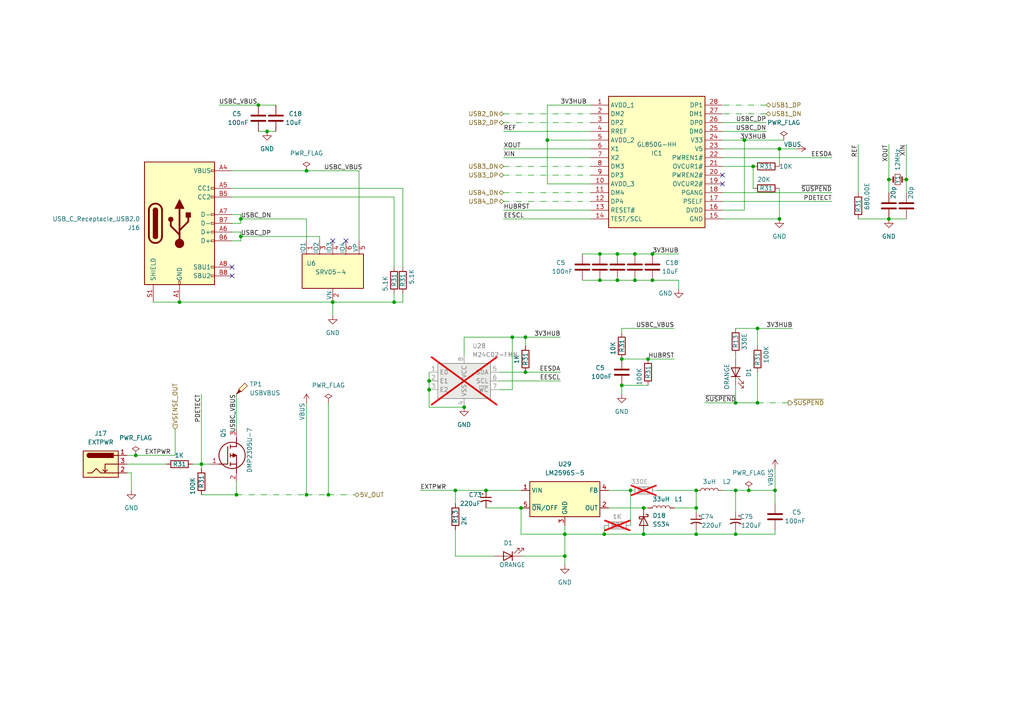
<source format=kicad_sch>
(kicad_sch (version 20230121) (generator eeschema)
  (paper "A4")
  (title_block (title "UniDebug - Unified Embedded Debug & Proto") (date "2023-12-25") (rev "R0V1") (company "Shreyas K (https://github.com/shreyask21)") (comment 1 "https://github.com/shreyask21/UniDebug") (comment 2 "Licence: CC BY-NC-SA 4.0"))
  (lib_symbols
    (symbol "Connector:Barrel_Jack_Switch" (pin_names hide)
      (property "Reference" "J" (at 0 5.334 0))
      (property "Value" "Barrel_Jack_Switch" (at 0 -5.08 0))
      (symbol "Barrel_Jack_Switch_0_1"
        (rectangle (start -5.08 3.81) (end 5.08 -3.81) (stroke (width 0.254)) (fill (type background)))
        (arc (start -3.302 3.175) (mid -3.9343 2.54) (end -3.302 1.905) (stroke (width 0.254)))
        (arc (start -3.302 3.175) (mid -3.9343 2.54) (end -3.302 1.905) (stroke (width 0.254)) (fill (type outline)))
        (polyline (pts (xy 1.27 -2.286) (xy 1.905 -1.651)) (stroke (width 0.254)))
        (polyline (pts (xy 5.08 2.54) (xy 3.81 2.54)) (stroke (width 0.254)))
        (polyline (pts (xy 5.08 0) (xy 1.27 0) (xy 1.27 -2.286) (xy 0.635 -1.651)) (stroke (width 0.254)))
        (polyline (pts (xy -3.81 -2.54) (xy -2.54 -2.54) (xy -1.27 -1.27) (xy 0 -2.54) (xy 2.54 -2.54) (xy 5.08 -2.54)) (stroke (width 0.254)))
        (rectangle (start 3.683 3.175) (end -3.302 1.905) (stroke (width 0.254)) (fill (type outline)))
      )
      (symbol "Barrel_Jack_Switch_1_1"
        (pin passive line (at 7.62 2.54 180) (length 2.54) (name "~") (number "1"))
        (pin passive line (at 7.62 -2.54 180) (length 2.54) (name "~") (number "2"))
        (pin passive line (at 7.62 0 180) (length 2.54) (name "~") (number "3"))
      )
    )
    (symbol "Connector:TestPoint_Probe" (pin_numbers hide) (pin_names (offset 0.762) hide)
      (property "Reference" "TP" (at 1.651 5.842 0))
      (property "Value" "TestPoint_Probe" (at 1.651 4.064 0))
      (symbol "TestPoint_Probe_0_1"
        (polyline (pts (xy 1.27 0.762) (xy 0 0) (xy 0.762 1.27) (xy 1.27 0.762)) (fill (type outline)))
        (polyline (pts (xy 1.397 0.635) (xy 0.635 1.397) (xy 2.413 3.175) (xy 3.175 2.413) (xy 1.397 0.635)) (fill (type background)))
      )
      (symbol "TestPoint_Probe_1_1"
        (pin passive line (at 0 0 90) (length 0) (name "1") (number "1"))
      )
    )
    (symbol "Connector:USB_C_Receptacle_USB2.0" (pin_names (offset 1.016))
      (property "Reference" "J" (at -10.16 19.05 0))
      (property "Value" "USB_C_Receptacle_USB2.0" (at 19.05 19.05 0))
      (symbol "USB_C_Receptacle_USB2.0_0_0"
        (rectangle (start -0.254 -17.78) (end 0.254 -16.764))
        (rectangle (start 10.16 -14.986) (end 9.144 -15.494))
        (rectangle (start 10.16 -12.446) (end 9.144 -12.954))
        (rectangle (start 10.16 -4.826) (end 9.144 -5.334))
        (rectangle (start 10.16 -2.286) (end 9.144 -2.794))
        (rectangle (start 10.16 0.254) (end 9.144 -0.254))
        (rectangle (start 10.16 2.794) (end 9.144 2.286))
        (rectangle (start 10.16 7.874) (end 9.144 7.366))
        (rectangle (start 10.16 10.414) (end 9.144 9.906))
        (rectangle (start 10.16 15.494) (end 9.144 14.986))
      )
      (symbol "USB_C_Receptacle_USB2.0_0_1"
        (rectangle (start -10.16 17.78) (end 10.16 -17.78) (stroke (width 0.254)) (fill (type background)))
        (arc (start -8.89 -3.81) (mid -6.985 -5.7067) (end -5.08 -3.81) (stroke (width 0.508)))
        (arc (start -7.62 -3.81) (mid -6.985 -4.4423) (end -6.35 -3.81) (stroke (width 0.254)))
        (arc (start -7.62 -3.81) (mid -6.985 -4.4423) (end -6.35 -3.81) (stroke (width 0.254)) (fill (type outline)))
        (rectangle (start -7.62 -3.81) (end -6.35 3.81) (stroke (width 0.254)) (fill (type outline)))
        (arc (start -6.35 3.81) (mid -6.985 4.4423) (end -7.62 3.81) (stroke (width 0.254)))
        (arc (start -6.35 3.81) (mid -6.985 4.4423) (end -7.62 3.81) (stroke (width 0.254)) (fill (type outline)))
        (arc (start -5.08 3.81) (mid -6.985 5.7067) (end -8.89 3.81) (stroke (width 0.508)))
        (circle (center -2.54 1.143) (radius 0.635) (stroke (width 0.254)) (fill (type outline)))
        (circle (center 0 -5.842) (radius 1.27) (fill (type outline)))
        (polyline (pts (xy -8.89 -3.81) (xy -8.89 3.81)) (stroke (width 0.508)))
        (polyline (pts (xy -5.08 3.81) (xy -5.08 -3.81)) (stroke (width 0.508)))
        (polyline (pts (xy 0 -5.842) (xy 0 4.318)) (stroke (width 0.508)))
        (polyline (pts (xy 0 -3.302) (xy -2.54 -0.762) (xy -2.54 0.508)) (stroke (width 0.508)))
        (polyline (pts (xy 0 -2.032) (xy 2.54 0.508) (xy 2.54 1.778)) (stroke (width 0.508)))
        (polyline (pts (xy -1.27 4.318) (xy 0 6.858) (xy 1.27 4.318) (xy -1.27 4.318)) (stroke (width 0.254)) (fill (type outline)))
        (rectangle (start 1.905 1.778) (end 3.175 3.048) (stroke (width 0.254)) (fill (type outline)))
      )
      (symbol "USB_C_Receptacle_USB2.0_1_1"
        (pin passive line (at 0 -22.86 90) (length 5.08) (name "GND") (number "A1"))
        (pin passive line (at 0 -22.86 90) (length 5.08) hide (name "GND") (number "A12"))
        (pin passive line (at 15.24 15.24 180) (length 5.08) (name "VBUS") (number "A4"))
        (pin bidirectional line (at 15.24 10.16 180) (length 5.08) (name "CC1") (number "A5"))
        (pin bidirectional line (at 15.24 -2.54 180) (length 5.08) (name "D+") (number "A6"))
        (pin bidirectional line (at 15.24 2.54 180) (length 5.08) (name "D-") (number "A7"))
        (pin bidirectional line (at 15.24 -12.7 180) (length 5.08) (name "SBU1") (number "A8"))
        (pin passive line (at 15.24 15.24 180) (length 5.08) hide (name "VBUS") (number "A9"))
        (pin passive line (at 0 -22.86 90) (length 5.08) hide (name "GND") (number "B1"))
        (pin passive line (at 0 -22.86 90) (length 5.08) hide (name "GND") (number "B12"))
        (pin passive line (at 15.24 15.24 180) (length 5.08) hide (name "VBUS") (number "B4"))
        (pin bidirectional line (at 15.24 7.62 180) (length 5.08) (name "CC2") (number "B5"))
        (pin bidirectional line (at 15.24 -5.08 180) (length 5.08) (name "D+") (number "B6"))
        (pin bidirectional line (at 15.24 0 180) (length 5.08) (name "D-") (number "B7"))
        (pin bidirectional line (at 15.24 -15.24 180) (length 5.08) (name "SBU2") (number "B8"))
        (pin passive line (at 15.24 15.24 180) (length 5.08) hide (name "VBUS") (number "B9"))
        (pin passive line (at -7.62 -22.86 90) (length 5.08) (name "SHIELD") (number "S1"))
      )
    )
    (symbol "DMP2305U-7:DMP2305U-7" (pin_names hide)
      (property "Reference" "Q" (at 11.43 3.81 0))
      (property "Value" "DMP2305U-7" (at 11.43 1.27 0))
      (symbol "DMP2305U-7_1_1"
        (polyline (pts (xy 2.54 0) (xy 5.08 0)) (stroke (width 0.254)))
        (polyline (pts (xy 5.08 5.08) (xy 5.08 0)) (stroke (width 0.254)))
        (polyline (pts (xy 5.842 -0.508) (xy 5.842 0.508)) (stroke (width 0.254)))
        (polyline (pts (xy 5.842 0) (xy 7.62 0)) (stroke (width 0.254)))
        (polyline (pts (xy 5.842 2.032) (xy 5.842 3.048)) (stroke (width 0.254)))
        (polyline (pts (xy 5.842 5.588) (xy 5.842 4.572)) (stroke (width 0.254)))
        (polyline (pts (xy 7.62 2.54) (xy 5.842 2.54)) (stroke (width 0.254)))
        (polyline (pts (xy 7.62 2.54) (xy 7.62 -2.54)) (stroke (width 0.254)))
        (polyline (pts (xy 7.62 5.08) (xy 5.842 5.08)) (stroke (width 0.254)))
        (polyline (pts (xy 7.62 5.08) (xy 7.62 7.62)) (stroke (width 0.254)))
        (polyline (pts (xy 7.62 2.54) (xy 6.604 3.048) (xy 6.604 2.032) (xy 7.62 2.54)) (stroke (width 0.254)) (fill (type outline)))
        (circle (center 6.35 2.54) (radius 3.81) (stroke (width 0.254)))
        (pin passive line (at 0 0 0) (length 2.54) (name "G") (number "1"))
        (pin passive line (at 7.62 -5.08 90) (length 2.54) (name "S") (number "2"))
        (pin passive line (at 7.62 10.16 270) (length 2.54) (name "D") (number "3"))
      )
    )
    (symbol "Device:C" (pin_numbers hide) (pin_names (offset 0.254))
      (property "Reference" "C" (at 0.635 2.54 0))
      (property "Value" "C" (at 0.635 -2.54 0))
      (symbol "C_0_1"
        (polyline (pts (xy -2.032 -0.762) (xy 2.032 -0.762)) (stroke (width 0.508)))
        (polyline (pts (xy -2.032 0.762) (xy 2.032 0.762)) (stroke (width 0.508)))
      )
      (symbol "C_1_1"
        (pin passive line (at 0 3.81 270) (length 2.794) (name "~") (number "1"))
        (pin passive line (at 0 -3.81 90) (length 2.794) (name "~") (number "2"))
      )
    )
    (symbol "Device:C_Polarized_Small_US" (pin_numbers hide) (pin_names (offset 0.254) hide)
      (property "Reference" "C" (at 0.254 1.778 0))
      (property "Value" "C_Polarized_Small_US" (at 0.254 -2.032 0))
      (symbol "C_Polarized_Small_US_0_1"
        (polyline (pts (xy -1.524 0.508) (xy 1.524 0.508)) (stroke (width 0.3048)))
        (polyline (pts (xy -1.27 1.524) (xy -0.762 1.524)))
        (polyline (pts (xy -1.016 1.27) (xy -1.016 1.778)))
        (arc (start 1.524 -0.762) (mid 0 -0.3734) (end -1.524 -0.762) (stroke (width 0.3048)))
      )
      (symbol "C_Polarized_Small_US_1_1"
        (pin passive line (at 0 2.54 270) (length 2.032) (name "~") (number "1"))
        (pin passive line (at 0 -2.54 90) (length 2.032) (name "~") (number "2"))
      )
    )
    (symbol "Device:Crystal_Small" (pin_numbers hide) (pin_names (offset 1.016) hide)
      (property "Reference" "Y" (at 0 2.54 0))
      (property "Value" "Crystal_Small" (at 0 -2.54 0))
      (symbol "Crystal_Small_0_1"
        (rectangle (start -0.762 -1.524) (end 0.762 1.524))
        (polyline (pts (xy -1.27 -0.762) (xy -1.27 0.762)) (stroke (width 0.381)))
        (polyline (pts (xy 1.27 -0.762) (xy 1.27 0.762)) (stroke (width 0.381)))
      )
      (symbol "Crystal_Small_1_1"
        (pin passive line (at -2.54 0 0) (length 1.27) (name "1") (number "1"))
        (pin passive line (at 2.54 0 180) (length 1.27) (name "2") (number "2"))
      )
    )
    (symbol "Device:D_Schottky" (pin_numbers hide) (pin_names (offset 1.016) hide)
      (property "Reference" "D" (at 0 2.54 0))
      (property "Value" "D_Schottky" (at 0 -2.54 0))
      (symbol "D_Schottky_0_1"
        (polyline (pts (xy 1.27 0) (xy -1.27 0)))
        (polyline (pts (xy 1.27 1.27) (xy 1.27 -1.27) (xy -1.27 0) (xy 1.27 1.27)) (stroke (width 0.254)))
        (polyline (pts (xy -1.905 0.635) (xy -1.905 1.27) (xy -1.27 1.27) (xy -1.27 -1.27) (xy -0.635 -1.27) (xy -0.635 -0.635)) (stroke (width 0.254)))
      )
      (symbol "D_Schottky_1_1"
        (pin passive line (at -3.81 0 0) (length 2.54) (name "K") (number "1"))
        (pin passive line (at 3.81 0 180) (length 2.54) (name "A") (number "2"))
      )
    )
    (symbol "Device:L" (pin_numbers hide) (pin_names (offset 1.016) hide)
      (property "Reference" "L" (at -1.27 0 90))
      (property "Value" "L" (at 1.905 0 90))
      (symbol "L_0_1"
        (arc (start 0 -2.54) (mid 0.6323 -1.905) (end 0 -1.27))
        (arc (start 0 -1.27) (mid 0.6323 -0.635) (end 0 0))
        (arc (start 0 0) (mid 0.6323 0.635) (end 0 1.27))
        (arc (start 0 1.27) (mid 0.6323 1.905) (end 0 2.54))
      )
      (symbol "L_1_1"
        (pin passive line (at 0 3.81 270) (length 1.27) (name "1") (number "1"))
        (pin passive line (at 0 -3.81 90) (length 1.27) (name "2") (number "2"))
      )
    )
    (symbol "Device:LED" (pin_numbers hide) (pin_names (offset 1.016) hide)
      (property "Reference" "D" (at 0 2.54 0))
      (property "Value" "LED" (at 0 -2.54 0))
      (symbol "LED_0_1"
        (polyline (pts (xy -1.27 -1.27) (xy -1.27 1.27)) (stroke (width 0.254)))
        (polyline (pts (xy -1.27 0) (xy 1.27 0)))
        (polyline (pts (xy 1.27 -1.27) (xy 1.27 1.27) (xy -1.27 0) (xy 1.27 -1.27)) (stroke (width 0.254)))
        (polyline (pts (xy -3.048 -0.762) (xy -4.572 -2.286) (xy -3.81 -2.286) (xy -4.572 -2.286) (xy -4.572 -1.524)))
        (polyline (pts (xy -1.778 -0.762) (xy -3.302 -2.286) (xy -2.54 -2.286) (xy -3.302 -2.286) (xy -3.302 -1.524)))
      )
      (symbol "LED_1_1"
        (pin passive line (at -3.81 0 0) (length 2.54) (name "K") (number "1"))
        (pin passive line (at 3.81 0 180) (length 2.54) (name "A") (number "2"))
      )
    )
    (symbol "Device:R" (pin_numbers hide) (pin_names (offset 0))
      (property "Reference" "R" (at 2.032 0 90))
      (property "Value" "R" (at 0 0 90))
      (symbol "R_0_1"
        (rectangle (start -1.016 -2.54) (end 1.016 2.54) (stroke (width 0.254)))
      )
      (symbol "R_1_1"
        (pin passive line (at 0 3.81 270) (length 1.27) (name "~") (number "1"))
        (pin passive line (at 0 -3.81 90) (length 1.27) (name "~") (number "2"))
      )
    )
    (symbol "Edited_FP:SRV05-4" (pin_names (offset 0))
      (property "Reference" "U7" (at -7.62 2.35 0))
      (property "Value" "SRV05-4" (at -5.08 -0.19 0))
      (symbol "SRV05-4_1_1"
        (rectangle (start -8.89 5.08) (end 8.89 -4.89) (stroke (width 0.254)) (fill (type background)))
        (pin passive line (at -7.62 8.89 270) (length 4) (name "IO1") (number "1"))
        (pin passive line (at 0 -8.89 90) (length 4) (name "VN") (number "2"))
        (pin passive line (at -3.81 8.89 270) (length 4) (name "IO2") (number "3"))
        (pin passive line (at 0 8.89 270) (length 4) (name "IO3") (number "4"))
        (pin passive line (at 7.62 8.89 270) (length 4) (name "VP") (number "5"))
        (pin passive line (at 3.81 8.89 270) (length 4) (name "IO4") (number "6"))
      )
    )
    (symbol "GL850G-HH:GL850G-HH"
      (property "Reference" "IC" (at 34.29 7.62 0))
      (property "Value" "GL850G-HH" (at 34.29 5.08 0))
      (symbol "GL850G-HH_1_1"
        (rectangle (start 5.08 2.54) (end 33.02 -35.56) (stroke (width 0.254)) (fill (type background)))
        (pin passive line (at 0 0 0) (length 5.08) (name "AVDD_1") (number "1"))
        (pin passive line (at 0 -22.86 0) (length 5.08) (name "AVDD_3") (number "10"))
        (pin passive line (at 0 -25.4 0) (length 5.08) (name "DM4") (number "11"))
        (pin passive line (at 0 -27.94 0) (length 5.08) (name "DP4") (number "12"))
        (pin passive line (at 0 -30.48 0) (length 5.08) (name "RESET#") (number "13"))
        (pin passive line (at 0 -33.02 0) (length 5.08) (name "TEST/SCL") (number "14"))
        (pin passive line (at 38.1 -33.02 180) (length 5.08) (name "GND") (number "15"))
        (pin passive line (at 38.1 -30.48 180) (length 5.08) (name "DVDD") (number "16"))
        (pin passive line (at 38.1 -27.94 180) (length 5.08) (name "PSELF") (number "17"))
        (pin passive line (at 38.1 -25.4 180) (length 5.08) (name "PGANG") (number "18"))
        (pin passive line (at 38.1 -22.86 180) (length 5.08) (name "OVCUR2#") (number "19"))
        (pin passive line (at 0 -2.54 0) (length 5.08) (name "DM2") (number "2"))
        (pin passive line (at 38.1 -20.32 180) (length 5.08) (name "PWREN2#") (number "20"))
        (pin passive line (at 38.1 -17.78 180) (length 5.08) (name "OVCUR1#") (number "21"))
        (pin passive line (at 38.1 -15.24 180) (length 5.08) (name "PWREN1#") (number "22"))
        (pin passive line (at 38.1 -12.7 180) (length 5.08) (name "V5") (number "23"))
        (pin passive line (at 38.1 -10.16 180) (length 5.08) (name "V33") (number "24"))
        (pin passive line (at 38.1 -7.62 180) (length 5.08) (name "DM0") (number "25"))
        (pin passive line (at 38.1 -5.08 180) (length 5.08) (name "DP0") (number "26"))
        (pin passive line (at 38.1 -2.54 180) (length 5.08) (name "DM1") (number "27"))
        (pin passive line (at 38.1 0 180) (length 5.08) (name "DP1") (number "28"))
        (pin passive line (at 0 -5.08 0) (length 5.08) (name "DP2") (number "3"))
        (pin passive line (at 0 -7.62 0) (length 5.08) (name "RREF") (number "4"))
        (pin passive line (at 0 -10.16 0) (length 5.08) (name "AVDD_2") (number "5"))
        (pin passive line (at 0 -12.7 0) (length 5.08) (name "X1") (number "6"))
        (pin passive line (at 0 -15.24 0) (length 5.08) (name "X2") (number "7"))
        (pin passive line (at 0 -17.78 0) (length 5.08) (name "DM3") (number "8"))
        (pin passive line (at 0 -20.32 0) (length 5.08) (name "DP3") (number "9"))
      )
    )
    (symbol "Memory_EEPROM:M24C02-FMN"
      (property "Reference" "U" (at -6.35 6.35 0))
      (property "Value" "M24C02-FMN" (at 7.62 6.35 0))
      (symbol "M24C02-FMN_0_1"
        (rectangle (start -7.62 5.08) (end 7.62 -5.08) (stroke (width 0.254)) (fill (type background)))
      )
      (symbol "M24C02-FMN_1_1"
        (pin input line (at -10.16 2.54 0) (length 2.54) (name "E0") (number "1"))
        (pin input line (at -10.16 0 0) (length 2.54) (name "E1") (number "2"))
        (pin input line (at -10.16 -2.54 0) (length 2.54) (name "E2") (number "3"))
        (pin power_in line (at 0 -7.62 90) (length 2.54) (name "VSS") (number "4"))
        (pin bidirectional line (at 10.16 2.54 180) (length 2.54) (name "SDA") (number "5"))
        (pin input line (at 10.16 0 180) (length 2.54) (name "SCL") (number "6"))
        (pin input line (at 10.16 -2.54 180) (length 2.54) (name "~{WC}") (number "7"))
        (pin power_in line (at 0 7.62 270) (length 2.54) (name "VCC") (number "8"))
      )
    )
    (symbol "Regulator_Switching:LM2596S-5"
      (property "Reference" "U" (at -10.16 6.35 0))
      (property "Value" "LM2596S-5" (at 0 6.35 0))
      (symbol "LM2596S-5_0_1"
        (rectangle (start -10.16 5.08) (end 10.16 -5.08) (stroke (width 0.254)) (fill (type background)))
      )
      (symbol "LM2596S-5_1_1"
        (pin power_in line (at -12.7 2.54 0) (length 2.54) (name "VIN") (number "1"))
        (pin output line (at 12.7 -2.54 180) (length 2.54) (name "OUT") (number "2"))
        (pin power_in line (at 0 -7.62 90) (length 2.54) (name "GND") (number "3"))
        (pin input line (at 12.7 2.54 180) (length 2.54) (name "FB") (number "4"))
        (pin input line (at -12.7 -2.54 0) (length 2.54) (name "~{ON}/OFF") (number "5"))
      )
    )
    (symbol "power:GND" (power) (pin_names (offset 0))
      (property "Value" "GND" (at 0 -3.81 0))
      (symbol "GND_0_1"
        (polyline (pts (xy 0 0) (xy 0 -1.27) (xy 1.27 -1.27) (xy 0 -2.54) (xy -1.27 -1.27) (xy 0 -1.27)))
      )
      (symbol "GND_1_1"
        (pin power_in line (at 0 0 270) (length 0) hide (name "GND") (number "1"))
      )
    )
    (symbol "power:PWR_FLAG" (power) (pin_numbers hide) (pin_names (offset 0) hide)
      (property "Value" "PWR_FLAG" (at 0 3.81 0))
      (symbol "PWR_FLAG_0_0"
        (pin power_out line (at 0 0 90) (length 0) (name "pwr") (number "1"))
      )
      (symbol "PWR_FLAG_0_1"
        (polyline (pts (xy 0 0) (xy 0 1.27) (xy -1.016 1.905) (xy 0 2.54) (xy 1.016 1.905) (xy 0 1.27)))
      )
    )
    (symbol "power:VBUS" (power) (pin_names (offset 0))
      (property "Value" "VBUS" (at 0 3.81 0))
      (symbol "VBUS_0_1"
        (polyline (pts (xy -0.762 1.27) (xy 0 2.54)))
        (polyline (pts (xy 0 0) (xy 0 2.54)))
        (polyline (pts (xy 0 2.54) (xy 0.762 1.27)))
      )
      (symbol "VBUS_1_1"
        (pin power_in line (at 0 0 90) (length 0) hide (name "VBUS") (number "1"))
      )
    )
  )
  (junction (at 182.88 142.24))
  (junction (at 186.69 154.94))
  (junction (at 152.4 97.79))
  (junction (at 163.83 154.94))
  (junction (at 201.93 147.32))
  (junction (at 163.83 161.29))
  (junction (at 175.26 154.94))
  (junction (at 180.34 111.76))
  (junction (at 226.06 63.5))
  (junction (at 215.9 40.64))
  (junction (at 213.36 154.94))
  (junction (at 77.47 38.1))
  (junction (at 262.89 52.07))
  (junction (at 58.42 134.62))
  (junction (at 148.59 97.79))
  (junction (at 132.08 142.24))
  (junction (at 201.93 154.94))
  (junction (at 189.23 81.28))
  (junction (at 88.9 49.53))
  (junction (at 217.17 142.24))
  (junction (at 69.85 63.5))
  (junction (at 152.4 107.95))
  (junction (at 189.23 73.66))
  (junction (at 180.34 104.14))
  (junction (at 173.99 73.66))
  (junction (at 219.71 95.25))
  (junction (at 134.62 118.11))
  (junction (at 226.06 43.18))
  (junction (at 257.81 52.07))
  (junction (at 186.69 147.32))
  (junction (at 179.07 81.28))
  (junction (at 69.85 68.58))
  (junction (at 219.71 116.84))
  (junction (at 158.75 40.64))
  (junction (at 114.3 87.63))
  (junction (at 88.9 143.51))
  (junction (at 184.15 81.28))
  (junction (at 140.97 142.24))
  (junction (at 95.25 143.51))
  (junction (at 124.46 113.03))
  (junction (at 52.07 87.63))
  (junction (at 184.15 73.66))
  (junction (at 179.07 73.66))
  (junction (at 68.58 143.51))
  (junction (at 124.46 110.49))
  (junction (at 187.96 104.14))
  (junction (at 201.93 142.24))
  (junction (at 213.36 142.24))
  (junction (at 257.81 63.5))
  (junction (at 151.13 147.32))
  (junction (at 218.44 48.26))
  (junction (at 224.79 142.24))
  (junction (at 39.37 132.08))
  (junction (at 96.52 87.63))
  (junction (at 213.36 116.84))
  (junction (at 74.93 30.48))
  (junction (at 173.99 81.28))
  (no_connect (at 209.55 50.8))
  (no_connect (at 67.31 77.47))
  (no_connect (at 100.33 69.85))
  (no_connect (at 67.31 80.01))
  (no_connect (at 209.55 53.34))
  (no_connect (at 96.52 69.85))
  (wire (pts (xy 74.93 38.1) (xy 77.47 38.1)))
  (wire (pts (xy 163.83 163.83) (xy 163.83 161.29)))
  (wire (pts (xy 222.25 30.48) (xy 209.55 30.48)) (stroke (width 0) (type dash_dot_dot)))
  (wire (pts (xy 213.36 142.24) (xy 213.36 148.59)))
  (wire (pts (xy 224.79 146.05) (xy 224.79 142.24)))
  (wire (pts (xy 224.79 153.67) (xy 224.79 154.94)))
  (wire (pts (xy 39.37 132.08) (xy 50.8 132.08)))
  (wire (pts (xy 209.55 63.5) (xy 226.06 63.5)))
  (wire (pts (xy 58.42 134.62) (xy 60.96 134.62)))
  (wire (pts (xy 44.45 87.63) (xy 52.07 87.63)))
  (wire (pts (xy 215.9 40.64) (xy 215.9 60.96)))
  (wire (pts (xy 144.78 107.95) (xy 152.4 107.95)))
  (wire (pts (xy 158.75 53.34) (xy 158.75 40.64)))
  (wire (pts (xy 173.99 81.28) (xy 179.07 81.28)))
  (wire (pts (xy 114.3 85.09) (xy 114.3 87.63)))
  (wire (pts (xy 224.79 135.89) (xy 224.79 142.24)))
  (wire (pts (xy 132.08 142.24) (xy 140.97 142.24)))
  (wire (pts (xy 163.83 152.4) (xy 163.83 154.94)))
  (wire (pts (xy 201.93 142.24) (xy 201.93 147.32)))
  (wire (pts (xy 55.88 134.62) (xy 58.42 134.62)))
  (wire (pts (xy 69.85 62.23) (xy 67.31 62.23)))
  (wire (pts (xy 67.31 54.61) (xy 116.84 54.61)))
  (wire (pts (xy 151.13 147.32) (xy 151.13 154.94)))
  (wire (pts (xy 219.71 95.25) (xy 229.87 95.25)))
  (wire (pts (xy 158.75 40.64) (xy 158.75 30.48)))
  (wire (pts (xy 67.31 69.85) (xy 69.85 69.85)))
  (wire (pts (xy 182.88 152.4) (xy 182.88 142.24)))
  (wire (pts (xy 148.59 113.03) (xy 148.59 97.79)))
  (wire (pts (xy 36.83 134.62) (xy 48.26 134.62)))
  (wire (pts (xy 224.79 154.94) (xy 213.36 154.94)))
  (wire (pts (xy 124.46 107.95) (xy 124.46 110.49)))
  (wire (pts (xy 180.34 111.76) (xy 187.96 111.76)))
  (wire (pts (xy 201.93 153.67) (xy 201.93 154.94)))
  (wire (pts (xy 68.58 139.7) (xy 68.58 143.51)))
  (wire (pts (xy 68.58 143.51) (xy 88.9 143.51)) (stroke (width 0) (type dash_dot_dot)))
  (wire (pts (xy 151.13 154.94) (xy 163.83 154.94)))
  (wire (pts (xy 209.55 45.72) (xy 241.3 45.72)))
  (wire (pts (xy 176.53 147.32) (xy 186.69 147.32)))
  (wire (pts (xy 226.06 43.18) (xy 231.14 43.18)))
  (wire (pts (xy 36.83 137.16) (xy 38.1 137.16)))
  (wire (pts (xy 219.71 107.95) (xy 219.71 116.84)))
  (wire (pts (xy 77.47 38.1) (xy 80.01 38.1)))
  (wire (pts (xy 146.05 58.42) (xy 171.45 58.42)) (stroke (width 0) (type dash_dot_dot)))
  (wire (pts (xy 184.15 73.66) (xy 189.23 73.66)))
  (wire (pts (xy 213.36 95.25) (xy 219.71 95.25)))
  (wire (pts (xy 132.08 153.67) (xy 132.08 161.29)))
  (wire (pts (xy 132.08 142.24) (xy 132.08 146.05)))
  (wire (pts (xy 88.9 63.5) (xy 88.9 69.85)))
  (wire (pts (xy 69.85 69.85) (xy 69.85 68.58)))
  (wire (pts (xy 69.85 67.31) (xy 67.31 67.31)))
  (wire (pts (xy 215.9 60.96) (xy 209.55 60.96)))
  (wire (pts (xy 218.44 48.26) (xy 218.44 54.61)))
  (wire (pts (xy 175.26 152.4) (xy 175.26 154.94)))
  (wire (pts (xy 189.23 73.66) (xy 196.85 73.66)))
  (wire (pts (xy 134.62 102.87) (xy 134.62 97.79)))
  (wire (pts (xy 219.71 116.84) (xy 213.36 116.84)))
  (wire (pts (xy 196.85 83.82) (xy 196.85 81.28)))
  (wire (pts (xy 146.05 48.26) (xy 171.45 48.26)) (stroke (width 0) (type dash_dot_dot)))
  (wire (pts (xy 116.84 85.09) (xy 116.84 87.63)))
  (wire (pts (xy 175.26 154.94) (xy 186.69 154.94)))
  (wire (pts (xy 146.05 45.72) (xy 171.45 45.72)))
  (wire (pts (xy 69.85 63.5) (xy 88.9 63.5)))
  (wire (pts (xy 146.05 63.5) (xy 171.45 63.5)))
  (wire (pts (xy 186.69 154.94) (xy 201.93 154.94)))
  (wire (pts (xy 209.55 38.1) (xy 222.25 38.1)))
  (wire (pts (xy 213.36 102.87) (xy 213.36 104.14)))
  (wire (pts (xy 144.78 113.03) (xy 148.59 113.03)))
  (wire (pts (xy 201.93 148.59) (xy 201.93 147.32)))
  (wire (pts (xy 215.9 40.64) (xy 209.55 40.64)))
  (wire (pts (xy 209.55 35.56) (xy 222.25 35.56)))
  (wire (pts (xy 140.97 147.32) (xy 151.13 147.32)))
  (wire (pts (xy 152.4 97.79) (xy 152.4 100.33)))
  (wire (pts (xy 173.99 73.66) (xy 179.07 73.66)))
  (wire (pts (xy 209.55 43.18) (xy 226.06 43.18)))
  (wire (pts (xy 219.71 116.84) (xy 228.6 116.84)) (stroke (width 0) (type dash_dot_dot)))
  (wire (pts (xy 209.55 48.26) (xy 218.44 48.26)))
  (wire (pts (xy 58.42 114.3) (xy 58.42 134.62)))
  (wire (pts (xy 186.69 147.32) (xy 187.96 147.32)))
  (wire (pts (xy 104.14 49.53) (xy 104.14 69.85)))
  (wire (pts (xy 248.92 63.5) (xy 257.81 63.5)))
  (wire (pts (xy 67.31 64.77) (xy 69.85 64.77)))
  (wire (pts (xy 257.81 55.88) (xy 257.81 52.07)))
  (wire (pts (xy 217.17 142.24) (xy 224.79 142.24)))
  (wire (pts (xy 114.3 77.47) (xy 114.3 57.15)))
  (wire (pts (xy 179.07 81.28) (xy 184.15 81.28)))
  (wire (pts (xy 163.83 154.94) (xy 175.26 154.94)))
  (wire (pts (xy 146.05 43.18) (xy 171.45 43.18)))
  (wire (pts (xy 187.96 104.14) (xy 195.58 104.14)))
  (wire (pts (xy 257.81 41.91) (xy 257.81 52.07)))
  (wire (pts (xy 67.31 57.15) (xy 114.3 57.15)))
  (wire (pts (xy 68.58 114.3) (xy 68.58 124.46)))
  (wire (pts (xy 68.58 143.51) (xy 58.42 143.51)))
  (wire (pts (xy 88.9 116.84) (xy 88.9 143.51)))
  (wire (pts (xy 74.93 30.48) (xy 80.01 30.48)))
  (wire (pts (xy 213.36 111.76) (xy 213.36 116.84)))
  (wire (pts (xy 140.97 142.24) (xy 151.13 142.24)))
  (wire (pts (xy 124.46 118.11) (xy 134.62 118.11)))
  (wire (pts (xy 215.9 40.64) (xy 227.33 40.64)))
  (wire (pts (xy 226.06 43.18) (xy 226.06 48.26)))
  (wire (pts (xy 148.59 97.79) (xy 152.4 97.79)))
  (wire (pts (xy 121.92 142.24) (xy 132.08 142.24)))
  (wire (pts (xy 146.05 33.02) (xy 171.45 33.02)) (stroke (width 0) (type dash_dot_dot)))
  (wire (pts (xy 209.55 55.88) (xy 241.3 55.88)))
  (wire (pts (xy 58.42 134.62) (xy 58.42 135.89)))
  (wire (pts (xy 226.06 63.5) (xy 226.06 54.61)))
  (wire (pts (xy 180.34 114.3) (xy 180.34 111.76)))
  (wire (pts (xy 63.5 30.48) (xy 74.93 30.48)))
  (wire (pts (xy 116.84 87.63) (xy 114.3 87.63)))
  (wire (pts (xy 257.81 63.5) (xy 262.89 63.5)))
  (wire (pts (xy 151.13 161.29) (xy 163.83 161.29)))
  (wire (pts (xy 158.75 30.48) (xy 171.45 30.48)))
  (wire (pts (xy 217.17 142.24) (xy 213.36 142.24)))
  (wire (pts (xy 146.05 38.1) (xy 171.45 38.1)))
  (wire (pts (xy 88.9 49.53) (xy 104.14 49.53)))
  (wire (pts (xy 184.15 81.28) (xy 189.23 81.28)))
  (wire (pts (xy 209.55 142.24) (xy 213.36 142.24)))
  (wire (pts (xy 146.05 35.56) (xy 171.45 35.56)) (stroke (width 0) (type dash_dot_dot)))
  (wire (pts (xy 222.25 33.02) (xy 209.55 33.02)) (stroke (width 0) (type dash_dot_dot)))
  (wire (pts (xy 262.89 41.91) (xy 262.89 52.07)))
  (wire (pts (xy 50.8 124.46) (xy 50.8 132.08)))
  (wire (pts (xy 146.05 60.96) (xy 171.45 60.96)))
  (wire (pts (xy 146.05 55.88) (xy 171.45 55.88)) (stroke (width 0) (type dash_dot_dot)))
  (wire (pts (xy 124.46 110.49) (xy 124.46 113.03)))
  (wire (pts (xy 95.25 143.51) (xy 102.87 143.51)) (stroke (width 0) (type dash_dot_dot)))
  (wire (pts (xy 146.05 50.8) (xy 171.45 50.8)) (stroke (width 0) (type dash_dot_dot)))
  (wire (pts (xy 262.89 52.07) (xy 262.89 55.88)))
  (wire (pts (xy 190.5 142.24) (xy 201.93 142.24)))
  (wire (pts (xy 163.83 161.29) (xy 163.83 154.94)))
  (wire (pts (xy 96.52 91.44) (xy 96.52 87.63)))
  (wire (pts (xy 134.62 97.79) (xy 148.59 97.79)))
  (wire (pts (xy 95.25 116.84) (xy 95.25 143.51)))
  (wire (pts (xy 116.84 77.47) (xy 116.84 54.61)))
  (wire (pts (xy 176.53 142.24) (xy 182.88 142.24)))
  (wire (pts (xy 38.1 137.16) (xy 38.1 142.24)))
  (wire (pts (xy 180.34 95.25) (xy 180.34 96.52)))
  (wire (pts (xy 69.85 68.58) (xy 92.71 68.58)))
  (wire (pts (xy 67.31 49.53) (xy 88.9 49.53)))
  (wire (pts (xy 168.91 73.66) (xy 173.99 73.66)))
  (wire (pts (xy 152.4 97.79) (xy 162.56 97.79)))
  (wire (pts (xy 69.85 64.77) (xy 69.85 63.5)))
  (wire (pts (xy 144.78 110.49) (xy 162.56 110.49)))
  (wire (pts (xy 219.71 95.25) (xy 219.71 100.33)))
  (wire (pts (xy 213.36 154.94) (xy 201.93 154.94)))
  (wire (pts (xy 69.85 68.58) (xy 69.85 67.31)))
  (wire (pts (xy 168.91 81.28) (xy 173.99 81.28)))
  (wire (pts (xy 209.55 58.42) (xy 241.3 58.42)))
  (wire (pts (xy 248.92 41.91) (xy 248.92 55.88)))
  (wire (pts (xy 180.34 104.14) (xy 187.96 104.14)))
  (wire (pts (xy 92.71 68.58) (xy 92.71 69.85)))
  (wire (pts (xy 158.75 40.64) (xy 171.45 40.64)))
  (wire (pts (xy 213.36 116.84) (xy 204.47 116.84)))
  (wire (pts (xy 52.07 87.63) (xy 96.52 87.63)))
  (wire (pts (xy 152.4 107.95) (xy 162.56 107.95)))
  (wire (pts (xy 171.45 53.34) (xy 158.75 53.34)))
  (wire (pts (xy 195.58 95.25) (xy 180.34 95.25)))
  (wire (pts (xy 114.3 87.63) (xy 96.52 87.63)))
  (wire (pts (xy 39.37 132.08) (xy 36.83 132.08)))
  (wire (pts (xy 196.85 81.28) (xy 189.23 81.28)))
  (wire (pts (xy 88.9 143.51) (xy 95.25 143.51)) (stroke (width 0) (type dash_dot_dot)))
  (wire (pts (xy 124.46 113.03) (xy 124.46 118.11)))
  (wire (pts (xy 213.36 153.67) (xy 213.36 154.94)))
  (wire (pts (xy 195.58 147.32) (xy 201.93 147.32)))
  (wire (pts (xy 179.07 73.66) (xy 184.15 73.66)))
  (wire (pts (xy 132.08 161.29) (xy 143.51 161.29)))
  (wire (pts (xy 69.85 63.5) (xy 69.85 62.23)))
  (label "USBC_DN" (at 222.25 38.1 180))
  (label "REF" (at 248.92 41.91 270))
  (label "USBC_VBUS" (at 68.58 114.3 270))
  (label "EXTPWR" (at 121.92 142.24 0))
  (label "HUBRST" (at 195.58 104.14 180))
  (label "PDETECT" (at 241.3 58.42 180))
  (label "USBC_VBUS" (at 63.5 30.48 0))
  (label "EXTPWR" (at 49.53 132.08 180))
  (label "USBC_VBUS" (at 93.98 49.53 0))
  (label "3V3HUB" (at 222.25 40.64 180))
  (label "3V3HUB" (at 162.56 97.79 180))
  (label "USBC_VBUS" (at 195.58 95.25 180))
  (label "3V3HUB" (at 229.87 95.25 180))
  (label "EESCL" (at 146.05 63.5 0))
  (label "USBC_DP" (at 69.85 68.58 0))
  (label "XOUT" (at 257.81 41.91 270))
  (label "~{SUSPEND}" (at 204.47 116.84 0))
  (label "REF" (at 146.05 38.1 0))
  (label "PDETECT" (at 58.42 114.3 270))
  (label "XIN" (at 146.05 45.72 0))
  (label "USBC_DP" (at 222.25 35.56 180))
  (label "EESDA" (at 162.56 107.95 180))
  (label "XIN" (at 262.89 41.91 270))
  (label "EESDA" (at 241.3 45.72 180))
  (label "USBC_DN" (at 69.85 63.5 0))
  (label "3V3HUB" (at 170.18 30.48 180))
  (label "EESCL" (at 162.56 110.49 180))
  (label "XOUT" (at 146.05 43.18 0))
  (label "~{SUSPEND}" (at 241.3 55.88 180))
  (label "HUBRST" (at 146.05 60.96 0))
  (label "3V3HUB" (at 196.85 73.66 180))
  (hierarchical_label "USB3_DN" (shape bidirectional) (at 146.05 48.26 180))
  (hierarchical_label "USB4_DN" (shape bidirectional) (at 146.05 55.88 180))
  (hierarchical_label "USB4_DP" (shape bidirectional) (at 146.05 58.42 180))
  (hierarchical_label "USB2_DP" (shape bidirectional) (at 146.05 35.56 180))
  (hierarchical_label "USB2_DN" (shape bidirectional) (at 146.05 33.02 180))
  (hierarchical_label "~{SUSPEND}" (shape output) (at 228.6 116.84 0))
  (hierarchical_label "VSENSE_OUT" (shape input) (at 50.8 124.46 90))
  (hierarchical_label "USB1_DN" (shape bidirectional) (at 222.25 33.02 0))
  (hierarchical_label "USB3_DP" (shape bidirectional) (at 146.05 50.8 180))
  (hierarchical_label "5V_OUT" (shape bidirectional) (at 102.87 143.51 0))
  (hierarchical_label "USB1_DP" (shape bidirectional) (at 222.25 30.48 0))
  (symbol (lib_id "power:GND") (at 257.81 63.5 0) (unit 1)
    (property "Reference" "#PWR03" (effects hide))
    (property "Value" "GND" (at 257.81 68.58 0))
  )
  (symbol (lib_id "Device:C") (at 80.01 34.29 0) (mirror y) (unit 1)
    (property "Reference" "C18" (at 87.63 33.02 0) (effects (justify left)))
    (property "Value" "10uF" (at 87.63 35.56 0) (effects (justify left)))
    (property "Footprint" "Capacitor_SMD:C_0805_2012Metric_Pad1.18x1.45mm_HandSolder" (effects hide))
    (instances (project "UniDebug" (path "" (reference "C18") (unit 1)) (path "" (reference "C22") (unit 1)) (path "" (reference "C71") (unit 1))))
  )
  (symbol (lib_id "Device:R") (at 179.07 152.4 90) (unit 1) (dnp yes)
    (property "Reference" "R31" (at 179.07 152.4 90))
    (property "Value" "1K" (at 180.34 149.86 90) (effects (justify left)))
    (property "Footprint" "Resistor_SMD:R_0805_2012Metric_Pad1.20x1.40mm_HandSolder" (effects hide))
    (instances (project "UniDebug" (path "" (reference "R31") (unit 1)) (path "" (reference "R40") (unit 1)) (path "" (reference "R63") (unit 1)) (path "" (reference "R85") (unit 1))))
  )
  (symbol (lib_id "Device:R") (at 222.25 48.26 90) (unit 1)
    (property "Reference" "R31" (at 222.25 48.26 90))
    (property "Value" "10K" (at 229.87 48.26 90) (effects (justify left)))
    (property "Footprint" "Resistor_SMD:R_0805_2012Metric_Pad1.20x1.40mm_HandSolder" (effects hide))
    (instances (project "UniDebug" (path "" (reference "R31") (unit 1)) (path "" (reference "R40") (unit 1)) (path "" (reference "R63") (unit 1)) (path "" (reference "R73") (unit 1))))
  )
  (symbol (lib_id "Regulator_Switching:LM2596S-5") (at 163.83 144.78 0) (unit 1)
    (property "Reference" "U29" (at 163.83 134.62 0))
    (property "Value" "LM2596S-5" (at 163.83 137.16 0))
    (property "Footprint" "Package_TO_SOT_SMD:TO-263-5_TabPin3" (effects hide))
    (property "Datasheet" "http://www.ti.com/lit/ds/symlink/lm2596.pdf" (effects hide))
  )
  (symbol (lib_id "Device:R") (at 187.96 107.95 180) (unit 1)
    (property "Reference" "R31" (at 187.96 107.95 90))
    (property "Value" "100K" (at 185.42 106.68 90) (effects (justify left)))
    (property "Footprint" "Resistor_SMD:R_0805_2012Metric_Pad1.20x1.40mm_HandSolder" (effects hide))
    (instances (project "UniDebug" (path "" (reference "R31") (unit 1)) (path "" (reference "R40") (unit 1)) (path "" (reference "R63") (unit 1)) (path "" (reference "R80") (unit 1))))
  )
  (symbol (lib_id "GL850G-HH:GL850G-HH") (at 171.45 30.48 0) (unit 1)
    (property "Reference" "IC1" (at 190.5 44.45 0))
    (property "Value" "GL850G-HH" (at 190.5 41.91 0))
    (property "Footprint" "Footprints_Symbols:GL850G-HH" (effects hide))
    (property "Datasheet" "https://www.kean.com.au/oshw/WR703N/GL850G%20USB%20Hub%201.07.pdf" (effects hide))
    (property "Height" "2" (effects hide))
    (property "Manufacturer_Name" "Genesys" (effects hide))
    (property "Manufacturer_Part_Number" "GL850G-HH" (effects hide))
    (instances (project "UniDebug" (path "" (reference "IC1") (unit 1)) (path "" (reference "U1") (unit 1))))
  )
  (symbol (lib_id "Device:R") (at 52.07 134.62 90) (unit 1)
    (property "Reference" "R31" (at 52.07 134.62 90))
    (property "Value" "1K" (at 53.34 132.08 90) (effects (justify left)))
    (property "Footprint" "Resistor_SMD:R_0805_2012Metric_Pad1.20x1.40mm_HandSolder" (effects hide))
    (instances (project "UniDebug" (path "" (reference "R31") (unit 1)) (path "" (reference "R40") (unit 1)) (path "" (reference "R63") (unit 1)) (path "" (reference "R75") (unit 1))))
  )
  (symbol (lib_id "DMP2305U-7:DMP2305U-7") (at 60.96 134.62 0) (unit 1)
    (property "Reference" "Q5" (at 64.77 127 90) (effects (justify left)))
    (property "Value" "DMP2305U-7" (at 72.39 137.16 90) (effects (justify left)))
    (property "Footprint" "Footprints_Symbols:SOT96P240X110-3N" (effects hide))
    (property "Datasheet" "https://datasheet.datasheetarchive.com/originals/distributors/Datasheets-DGA23/1579504.pdf" (effects hide))
    (property "Height" "1.1" (effects hide))
    (property "Manufacturer_Name" "Diodes Incorporated" (effects hide))
    (property "Manufacturer_Part_Number" "DMP2305U-7" (effects hide))
    (property "Mouser Part Number" "621-DMP2305U-7" (effects hide))
    (property "Mouser Price/Stock" "https://www.mouser.co.uk/ProductDetail/Diodes-Incorporated/DMP2305U-7?qs=oUsD4qhOtFyFQmlG8wLVjw%3D%3D" (effects hide))
    (property "Arrow Part Number" "DMP2305U-7" (effects hide))
    (property "Arrow Price/Stock" "https://www.arrow.com/en/products/dmp2305u-7/diodes-incorporated?region=nac" (effects hide))
  )
  (symbol (lib_id "power:PWR_FLAG") (at 39.37 132.08 0) (unit 1)
    (property "Reference" "#FLG02" (effects hide))
    (property "Value" "PWR_FLAG" (at 39.37 127 0))
  )
  (symbol (lib_id "power:GND") (at 38.1 142.24 0) (unit 1)
    (property "Reference" "#PWR07" (effects hide))
    (property "Value" "GND" (at 38.1 147.32 0))
  )
  (symbol (lib_id "Device:Crystal_Small") (at 260.35 52.07 180) (unit 1)
    (property "Reference" "Y1" (at 260.35 53.34 90) (effects (justify right)))
    (property "Value" "12MHz" (at 260.35 49.53 90) (effects (justify right)))
    (property "Footprint" "Crystal:Crystal_SMD_HC49-SD" (effects hide))
    (instances (project "UniDebug" (path "" (reference "Y1") (unit 1)) (path "" (reference "Y3") (unit 1)) (path "" (reference "Y5") (unit 1))))
  )
  (symbol (lib_id "Device:D_Schottky") (at 186.69 151.13 270) (unit 1)
    (property "Reference" "D18" (at 189.23 149.5425 90) (effects (justify left)))
    (property "Value" "SS34" (at 189.23 152.0825 90) (effects (justify left)))
    (property "Footprint" "Diode_SMD:D_SMA-SMB_Universal_Handsoldering" (effects hide))
  )
  (symbol (lib_id "Device:R") (at 248.92 59.69 0) (unit 1)
    (property "Reference" "R31" (at 248.92 59.69 90))
    (property "Value" "680.00E" (at 251.46 60.96 90) (effects (justify left)))
    (property "Footprint" "Resistor_SMD:R_0805_2012Metric_Pad1.20x1.40mm_HandSolder" (effects hide))
    (instances (project "UniDebug" (path "" (reference "R31") (unit 1)) (path "" (reference "R40") (unit 1)) (path "" (reference "R63") (unit 1)) (path "" (reference "R72") (unit 1))))
  )
  (symbol (lib_id "Edited_FP:SRV05-4") (at 96.52 78.74 0) (unit 1)
    (property "Reference" "U6" (at 88.9 76.39 0) (effects (justify left)))
    (property "Value" "SRV05-4" (at 91.44 78.93 0) (effects (justify left)))
    (property "Footprint" "Package_TO_SOT_SMD:SOT-23-6" (effects hide))
    (property "Datasheet" "http://www.onsemi.com/pub/Collateral/SRV05-4-D.PDF" (effects hide))
    (instances (project "UniDebug" (path "" (reference "U6") (unit 1)) (path "" (reference "U8") (unit 1)) (path "" (reference "U27") (unit 1))))
  )
  (symbol (lib_id "Device:C_Polarized_Small_US") (at 140.97 144.78 0) (unit 1)
    (property "Reference" "C73" (at 135.89 143.51 0) (effects (justify left)))
    (property "Value" "220uF" (at 133.35 146.05 0) (effects (justify left)))
    (property "Footprint" "Capacitor_SMD:CP_Elec_10x10.5" (effects hide))
  )
  (symbol (lib_id "power:PWR_FLAG") (at 95.25 116.84 0) (unit 1)
    (property "Reference" "#FLG03" (effects hide))
    (property "Value" "PWR_FLAG" (at 95.25 111.76 0))
  )
  (symbol (lib_id "power:VBUS") (at 231.14 43.18 270) (unit 1)
    (property "Reference" "#PWR04" (effects hide))
    (property "Value" "VBUS" (at 227.33 41.91 90) (effects (justify left)))
  )
  (symbol (lib_id "Connector:Barrel_Jack_Switch") (at 29.21 134.62 0) (unit 1)
    (property "Reference" "J17" (at 29.21 125.73 0))
    (property "Value" "EXTPWR" (at 29.21 128.27 0))
    (property "Footprint" "Connector_BarrelJack:BarrelJack_Horizontal" (effects hide))
  )
  (symbol (lib_id "power:PWR_FLAG") (at 217.17 142.24 0) (unit 1)
    (property "Reference" "#FLG08" (effects hide))
    (property "Value" "PWR_FLAG" (at 217.17 137.16 0))
  )
  (symbol (lib_id "Connector:USB_C_Receptacle_USB2.0") (at 52.07 64.77 0) (unit 1)
    (property "Reference" "J16" (at 40.64 66.04 0) (effects (justify right)))
    (property "Value" "USB_C_Receptacle_USB2.0" (at 40.64 63.5 0) (effects (justify right)))
    (property "Footprint" "Connector_USB:USB_C_Receptacle_GCT_USB4105-xx-A_16P_TopMnt_Horizontal" (effects hide))
    (property "Datasheet" "https://www.usb.org/sites/default/files/documents/usb_type-c.zip" (effects hide))
  )
  (symbol (lib_id "Device:R") (at 152.4 104.14 180) (unit 1)
    (property "Reference" "R31" (at 152.4 104.14 90))
    (property "Value" "1K" (at 149.86 102.87 90) (effects (justify left)))
    (property "Footprint" "Resistor_SMD:R_0805_2012Metric_Pad1.20x1.40mm_HandSolder" (effects hide))
    (instances (project "UniDebug" (path "" (reference "R31") (unit 1)) (path "" (reference "R40") (unit 1)) (path "" (reference "R63") (unit 1)) (path "" (reference "R83") (unit 1))))
  )
  (symbol (lib_id "Device:C") (at 180.34 107.95 0) (unit 1)
    (property "Reference" "C5" (at 172.72 106.68 0) (effects (justify left)))
    (property "Value" "100nF" (at 171.45 109.22 0) (effects (justify left)))
    (property "Footprint" "Capacitor_SMD:C_0805_2012Metric_Pad1.18x1.45mm_HandSolder" (effects hide))
    (instances (project "UniDebug" (path "" (reference "C5") (unit 1)) (path "" (reference "C60") (unit 1)) (path "" (reference "C72") (unit 1))))
  )
  (symbol (lib_id "Device:C") (at 173.99 77.47 180) (unit 1)
    (property "Reference" "C5" (effects hide))
    (property "Value" "100nF" (effects hide))
    (property "Footprint" "Capacitor_SMD:C_0805_2012Metric_Pad1.18x1.45mm_HandSolder" (effects hide))
    (instances (project "UniDebug" (path "" (reference "C5") (unit 1)) (path "" (reference "C60") (unit 1)) (path "" (reference "C66") (unit 1))))
  )
  (symbol (lib_id "Device:L") (at 191.77 147.32 90) (unit 1)
    (property "Reference" "L1" (at 196.85 144.78 90))
    (property "Value" "33uH" (at 191.77 144.78 90))
    (property "Footprint" "Inductor_SMD:L_12x12mm_H4.5mm" (effects hide))
  )
  (symbol (lib_id "Device:C") (at 224.79 149.86 0) (mirror y) (unit 1)
    (property "Reference" "C5" (at 232.41 148.59 0) (effects (justify left)))
    (property "Value" "100nF" (at 233.68 151.13 0) (effects (justify left)))
    (property "Footprint" "Capacitor_SMD:C_0805_2012Metric_Pad1.18x1.45mm_HandSolder" (effects hide))
    (instances (project "UniDebug" (path "" (reference "C5") (unit 1)) (path "" (reference "C60") (unit 1)) (path "" (reference "C76") (unit 1))))
  )
  (symbol (lib_id "power:VBUS") (at 88.9 116.84 0) (unit 1)
    (property "Reference" "#PWR02" (effects hide))
    (property "Value" "VBUS" (at 87.63 119.38 90))
  )
  (symbol (lib_id "Device:C") (at 257.81 59.69 180) (unit 1)
    (property "Reference" "C7" (effects hide))
    (property "Value" "20p" (at 259.08 55.88 90))
    (property "Footprint" "Capacitor_SMD:C_0805_2012Metric_Pad1.18x1.45mm_HandSolder" (effects hide))
    (instances (project "UniDebug" (path "" (reference "C7") (unit 1)) (path "" (reference "C29") (unit 1)) (path "" (reference "C63") (unit 1))))
  )
  (symbol (lib_id "Device:C") (at 168.91 77.47 0) (unit 1)
    (property "Reference" "C5" (at 161.29 76.2 0) (effects (justify left)))
    (property "Value" "100nF" (at 160.02 78.74 0) (effects (justify left)))
    (property "Footprint" "Capacitor_SMD:C_0805_2012Metric_Pad1.18x1.45mm_HandSolder" (effects hide))
    (instances (project "UniDebug" (path "" (reference "C5") (unit 1)) (path "" (reference "C60") (unit 1)) (path "" (reference "C65") (unit 1))))
  )
  (symbol (lib_id "power:GND") (at 96.52 91.44 0) (unit 1)
    (property "Reference" "#PWR01" (effects hide))
    (property "Value" "GND" (at 96.52 96.52 0))
  )
  (symbol (lib_id "power:GND") (at 226.06 63.5 0) (unit 1)
    (property "Reference" "#PWR05" (effects hide))
    (property "Value" "GND" (at 226.06 68.58 0))
  )
  (symbol (lib_id "Device:R") (at 213.36 99.06 0) (unit 1)
    (property "Reference" "R13" (at 213.36 99.06 90))
    (property "Value" "330E" (at 215.9 101.6 90) (effects (justify left)))
    (property "Footprint" "Resistor_SMD:R_0805_2012Metric_Pad1.20x1.40mm_HandSolder" (effects hide))
    (instances (project "UniDebug" (path "" (reference "R13") (unit 1)) (path "" (reference "R46") (unit 1)) (path "" (reference "R56") (unit 1)) (path "" (reference "R67") (unit 1)) (path "" (reference "R81") (unit 1))))
  )
  (symbol (lib_id "Device:C") (at 189.23 77.47 0) (mirror y) (unit 1)
    (property "Reference" "C18" (at 196.85 76.2 0) (effects (justify left)))
    (property "Value" "10uF" (at 196.85 78.74 0) (effects (justify left)))
    (property "Footprint" "Capacitor_SMD:C_0805_2012Metric_Pad1.18x1.45mm_HandSolder" (effects hide))
    (instances (project "UniDebug" (path "" (reference "C18") (unit 1)) (path "" (reference "C22") (unit 1)) (path "" (reference "C69") (unit 1))))
  )
  (symbol (lib_id "power:GND") (at 163.83 163.83 0) (unit 1)
    (property "Reference" "#PWR012" (effects hide))
    (property "Value" "GND" (at 163.83 168.91 0))
  )
  (symbol (lib_id "power:GND") (at 196.85 83.82 0) (unit 1)
    (property "Reference" "#PWR06" (effects hide))
    (property "Value" "GND" (at 193.04 85.09 0))
  )
  (symbol (lib_id "Device:R") (at 219.71 104.14 0) (unit 1)
    (property "Reference" "R31" (at 219.71 104.14 90))
    (property "Value" "100K" (at 222.25 105.41 90) (effects (justify left)))
    (property "Footprint" "Resistor_SMD:R_0805_2012Metric_Pad1.20x1.40mm_HandSolder" (effects hide))
    (instances (project "UniDebug" (path "" (reference "R31") (unit 1)) (path "" (reference "R40") (unit 1)) (path "" (reference "R63") (unit 1)) (path "" (reference "R82") (unit 1))))
  )
  (symbol (lib_id "Device:R") (at 132.08 149.86 0) (unit 1)
    (property "Reference" "R13" (at 132.08 149.86 90))
    (property "Value" "2K" (at 134.62 152.4 90) (effects (justify left)))
    (property "Footprint" "Resistor_SMD:R_0805_2012Metric_Pad1.20x1.40mm_HandSolder" (effects hide))
    (instances (project "UniDebug" (path "" (reference "R13") (unit 1)) (path "" (reference "R46") (unit 1)) (path "" (reference "R56") (unit 1)) (path "" (reference "R67") (unit 1)) (path "" (reference "R86") (unit 1))))
  )
  (symbol (lib_id "Device:R") (at 58.42 139.7 180) (unit 1)
    (property "Reference" "R31" (at 58.42 139.7 90))
    (property "Value" "100K" (at 55.88 138.43 90) (effects (justify left)))
    (property "Footprint" "Resistor_SMD:R_0805_2012Metric_Pad1.20x1.40mm_HandSolder" (effects hide))
    (instances (project "UniDebug" (path "" (reference "R31") (unit 1)) (path "" (reference "R40") (unit 1)) (path "" (reference "R63") (unit 1)) (path "" (reference "R76") (unit 1))))
  )
  (symbol (lib_id "Device:R") (at 222.25 54.61 90) (unit 1)
    (property "Reference" "R31" (at 222.25 54.61 90))
    (property "Value" "20K" (at 223.52 52.07 90) (effects (justify left)))
    (property "Footprint" "Resistor_SMD:R_0805_2012Metric_Pad1.20x1.40mm_HandSolder" (effects hide))
    (instances (project "UniDebug" (path "" (reference "R31") (unit 1)) (path "" (reference "R40") (unit 1)) (path "" (reference "R63") (unit 1)) (path "" (reference "R74") (unit 1))))
  )
  (symbol (lib_id "Device:C") (at 179.07 77.47 180) (unit 1)
    (property "Reference" "C5" (effects hide))
    (property "Value" "100nF" (effects hide))
    (property "Footprint" "Capacitor_SMD:C_0805_2012Metric_Pad1.18x1.45mm_HandSolder" (effects hide))
    (instances (project "UniDebug" (path "" (reference "C5") (unit 1)) (path "" (reference "C60") (unit 1)) (path "" (reference "C67") (unit 1))))
  )
  (symbol (lib_id "Device:LED") (at 213.36 107.95 90) (unit 1)
    (property "Reference" "D1" (at 217.17 106.68 0) (effects (justify right)))
    (property "Value" "ORANGE" (at 210.82 105.41 0) (effects (justify right)))
    (property "Footprint" "LED_SMD:LED_0805_2012Metric_Pad1.15x1.40mm_HandSolder" (effects hide))
    (instances (project "UniDebug" (path "" (reference "D1") (unit 1)) (path "" (reference "D4") (unit 1)) (path "" (reference "D9") (unit 1)) (path "" (reference "D13") (unit 1)) (path "" (reference "D17") (unit 1))))
  )
  (symbol (lib_id "power:GND") (at 134.62 118.11 0) (unit 1)
    (property "Reference" "#PWR011" (effects hide))
    (property "Value" "GND" (at 134.62 123.19 0))
  )
  (symbol (lib_id "power:VBUS") (at 224.79 135.89 0) (unit 1)
    (property "Reference" "#PWR013" (effects hide))
    (property "Value" "VBUS" (at 223.52 138.43 90))
  )
  (symbol (lib_id "Device:C_Polarized_Small_US") (at 201.93 151.13 0) (mirror y) (unit 1)
    (property "Reference" "C74" (at 207.01 149.86 0) (effects (justify left)))
    (property "Value" "220uF" (at 209.55 152.4 0) (effects (justify left)))
    (property "Footprint" "Capacitor_SMD:CP_Elec_10x10.5" (effects hide))
  )
  (symbol (lib_id "power:PWR_FLAG") (at 88.9 49.53 0) (unit 1)
    (property "Reference" "#FLG01" (effects hide))
    (property "Value" "PWR_FLAG" (at 88.9 44.45 0))
  )
  (symbol (lib_id "Device:C_Polarized_Small_US") (at 213.36 151.13 0) (mirror y) (unit 1)
    (property "Reference" "C75" (at 218.44 149.86 0) (effects (justify left)))
    (property "Value" "120uF" (at 220.98 152.4 0) (effects (justify left)))
    (property "Footprint" "Capacitor_SMD:CP_Elec_6.3x5.4" (effects hide))
  )
  (symbol (lib_id "Device:LED") (at 147.32 161.29 180) (unit 1)
    (property "Reference" "D1" (at 146.05 157.48 0) (effects (justify right)))
    (property "Value" "ORANGE" (at 144.78 163.83 0) (effects (justify right)))
    (property "Footprint" "LED_SMD:LED_0805_2012Metric_Pad1.15x1.40mm_HandSolder" (effects hide))
    (instances (project "UniDebug" (path "" (reference "D1") (unit 1)) (path "" (reference "D4") (unit 1)) (path "" (reference "D9") (unit 1)) (path "" (reference "D13") (unit 1)) (path "" (reference "D19") (unit 1))))
  )
  (symbol (lib_id "Device:C") (at 74.93 34.29 0) (unit 1)
    (property "Reference" "C5" (at 67.31 33.02 0) (effects (justify left)))
    (property "Value" "100nF" (at 66.04 35.56 0) (effects (justify left)))
    (property "Footprint" "Capacitor_SMD:C_0805_2012Metric_Pad1.18x1.45mm_HandSolder" (effects hide))
    (instances (project "UniDebug" (path "" (reference "C5") (unit 1)) (path "" (reference "C60") (unit 1)) (path "" (reference "C70") (unit 1))))
  )
  (symbol (lib_id "Device:R") (at 180.34 100.33 180) (unit 1)
    (property "Reference" "R31" (at 180.34 100.33 90))
    (property "Value" "10K" (at 177.8 99.06 90) (effects (justify left)))
    (property "Footprint" "Resistor_SMD:R_0805_2012Metric_Pad1.20x1.40mm_HandSolder" (effects hide))
    (instances (project "UniDebug" (path "" (reference "R31") (unit 1)) (path "" (reference "R40") (unit 1)) (path "" (reference "R63") (unit 1)) (path "" (reference "R79") (unit 1))))
  )
  (symbol (lib_id "Memory_EEPROM:M24C02-FMN") (at 134.62 110.49 0) (unit 1) (dnp yes)
    (property "Reference" "U28" (at 136.9831 100.33 0) (effects (justify left)))
    (property "Value" "M24C02-FMN" (at 136.9831 102.87 0) (effects (justify left)))
    (property "Footprint" "Package_SO:SOIC-8_3.9x4.9mm_P1.27mm" (effects hide))
    (property "Datasheet" "http://www.st.com/content/ccc/resource/technical/document/datasheet/b0/d8/50/40/5a/85/49/6f/DM00071904.pdf/files/DM00071904.pdf/jcr:content/translations/en.DM00071904.pdf" (effects hide))
  )
  (symbol (lib_id "Device:R") (at 114.3 81.28 180) (unit 1)
    (property "Reference" "R31" (at 114.3 81.28 90))
    (property "Value" "5.1K" (at 111.76 80.01 90) (effects (justify left)))
    (property "Footprint" "Resistor_SMD:R_0805_2012Metric_Pad1.20x1.40mm_HandSolder" (effects hide))
    (instances (project "UniDebug" (path "" (reference "R31") (unit 1)) (path "" (reference "R40") (unit 1)) (path "" (reference "R63") (unit 1)) (path "" (reference "R77") (unit 1))))
  )
  (symbol (lib_id "power:GND") (at 77.47 38.1 0) (unit 1)
    (property "Reference" "#PWR08" (effects hide))
    (property "Value" "GND" (at 77.47 43.18 0))
  )
  (symbol (lib_id "power:GND") (at 180.34 114.3 0) (unit 1)
    (property "Reference" "#PWR010" (effects hide))
    (property "Value" "GND" (at 180.34 119.38 0))
  )
  (symbol (lib_id "power:PWR_FLAG") (at 227.33 40.64 0) (unit 1)
    (property "Reference" "#FLG04" (effects hide))
    (property "Value" "PWR_FLAG" (at 227.33 35.56 0))
  )
  (symbol (lib_id "Device:C") (at 184.15 77.47 180) (unit 1)
    (property "Reference" "C5" (effects hide))
    (property "Value" "100nF" (effects hide))
    (property "Footprint" "Capacitor_SMD:C_0805_2012Metric_Pad1.18x1.45mm_HandSolder" (effects hide))
    (instances (project "UniDebug" (path "" (reference "C5") (unit 1)) (path "" (reference "C60") (unit 1)) (path "" (reference "C68") (unit 1))))
  )
  (symbol (lib_id "Device:C") (at 262.89 59.69 180) (unit 1)
    (property "Reference" "C6" (effects hide))
    (property "Value" "20p" (at 264.16 55.88 90))
    (property "Footprint" "Capacitor_SMD:C_0805_2012Metric_Pad1.18x1.45mm_HandSolder" (effects hide))
    (instances (project "UniDebug" (path "" (reference "C6") (unit 1)) (path "" (reference "C30") (unit 1)) (path "" (reference "C64") (unit 1))))
  )
  (symbol (lib_id "Device:R") (at 116.84 81.28 0) (unit 1)
    (property "Reference" "R31" (at 116.84 81.28 90))
    (property "Value" "5.1K" (at 119.38 82.55 90) (effects (justify left)))
    (property "Footprint" "Resistor_SMD:R_0805_2012Metric_Pad1.20x1.40mm_HandSolder" (effects hide))
    (instances (project "UniDebug" (path "" (reference "R31") (unit 1)) (path "" (reference "R40") (unit 1)) (path "" (reference "R63") (unit 1)) (path "" (reference "R78") (unit 1))))
  )
  (symbol (lib_id "Device:L") (at 205.74 142.24 90) (unit 1)
    (property "Reference" "L2" (at 210.82 139.7 90))
    (property "Value" "3uH" (at 205.74 139.7 90))
    (property "Footprint" "Inductor_SMD:L_12x12mm_H4.5mm" (effects hide))
  )
  (symbol (lib_id "Connector:TestPoint_Probe") (at 68.58 114.3 0) (unit 1)
    (property "Reference" "TP1" (at 72.39 111.4425 0) (effects (justify left)))
    (property "Value" "USBVBUS" (at 72.39 113.9825 0) (effects (justify left)))
    (property "Footprint" "TestPoint:TestPoint_Pad_1.0x1.0mm" (effects hide))
    (instances (project "UniDebug" (path "" (reference "TP1") (unit 1)) (path "" (reference "TP6") (unit 1)) (path "" (reference "TP21") (unit 1))))
  )
  (symbol (lib_id "Device:R") (at 186.69 142.24 90) (unit 1) (dnp yes)
    (property "Reference" "R31" (at 186.69 142.24 90))
    (property "Value" "330E" (at 187.96 139.7 90) (effects (justify left)))
    (property "Footprint" "Resistor_SMD:R_0805_2012Metric_Pad1.20x1.40mm_HandSolder" (effects hide))
    (instances (project "UniDebug" (path "" (reference "R31") (unit 1)) (path "" (reference "R40") (unit 1)) (path "" (reference "R63") (unit 1)) (path "" (reference "R84") (unit 1))))
  )
)
</source>
